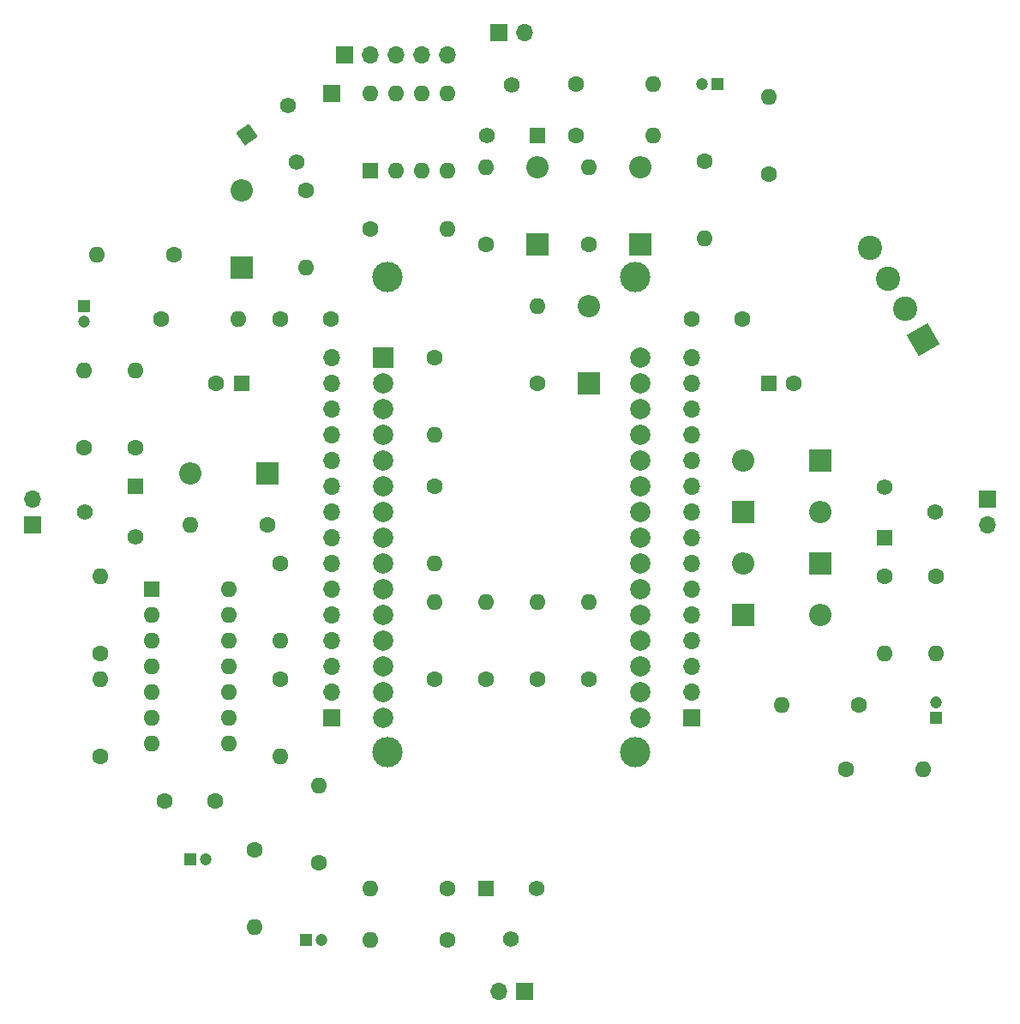
<source format=gbr>
%TF.GenerationSoftware,KiCad,Pcbnew,(6.0.2)*%
%TF.CreationDate,2023-02-05T15:01:36+01:00*%
%TF.ProjectId,Fonometro,466f6e6f-6d65-4747-926f-2e6b69636164,rev?*%
%TF.SameCoordinates,Original*%
%TF.FileFunction,Soldermask,Bot*%
%TF.FilePolarity,Negative*%
%FSLAX46Y46*%
G04 Gerber Fmt 4.6, Leading zero omitted, Abs format (unit mm)*
G04 Created by KiCad (PCBNEW (6.0.2)) date 2023-02-05 15:01:36*
%MOMM*%
%LPD*%
G01*
G04 APERTURE LIST*
G04 Aperture macros list*
%AMRotRect*
0 Rectangle, with rotation*
0 The origin of the aperture is its center*
0 $1 length*
0 $2 width*
0 $3 Rotation angle, in degrees counterclockwise*
0 Add horizontal line*
21,1,$1,$2,0,0,$3*%
G04 Aperture macros list end*
%ADD10C,1.600000*%
%ADD11O,1.600000X1.600000*%
%ADD12R,1.600000X1.600000*%
%ADD13R,2.200000X2.200000*%
%ADD14O,2.200000X2.200000*%
%ADD15R,1.200000X1.200000*%
%ADD16C,1.200000*%
%ADD17R,1.700000X1.700000*%
%ADD18O,1.700000X1.700000*%
%ADD19R,1.560000X1.560000*%
%ADD20C,1.560000*%
%ADD21RotRect,2.400000X2.400000X120.000000*%
%ADD22C,2.400000*%
%ADD23RotRect,1.560000X1.560000X35.000000*%
%ADD24C,3.000000*%
%ADD25R,2.000000X2.000000*%
%ADD26C,2.000000*%
G04 APERTURE END LIST*
D10*
%TO.C,R36*%
X154940000Y-70104000D03*
D11*
X154940000Y-62484000D03*
%TD*%
D12*
%TO.C,C7*%
X120650000Y-83820000D03*
D10*
X118150000Y-83820000D03*
%TD*%
%TO.C,R10*%
X110190000Y-90170000D03*
D11*
X110190000Y-82550000D03*
%TD*%
D10*
%TO.C,R29*%
X133350000Y-68580000D03*
D11*
X140970000Y-68580000D03*
%TD*%
D10*
%TO.C,R23*%
X124460000Y-113025000D03*
D11*
X124460000Y-120645000D03*
%TD*%
D10*
%TO.C,C8*%
X129500000Y-77470000D03*
X124500000Y-77470000D03*
%TD*%
%TO.C,R13*%
X180340000Y-121920000D03*
D11*
X187960000Y-121920000D03*
%TD*%
D13*
%TO.C,D1*%
X170180000Y-106680000D03*
D14*
X177800000Y-106680000D03*
%TD*%
D10*
%TO.C,R18*%
X166370000Y-61930000D03*
D11*
X166370000Y-69550000D03*
%TD*%
D10*
%TO.C,R27*%
X149860000Y-113030000D03*
D11*
X149860000Y-105410000D03*
%TD*%
D10*
%TO.C,R24*%
X124460000Y-101600000D03*
D11*
X124460000Y-109220000D03*
%TD*%
D10*
%TO.C,R31*%
X127000000Y-64770000D03*
D11*
X127000000Y-72390000D03*
%TD*%
D15*
%TO.C,C2*%
X167640000Y-54310000D03*
D16*
X166140000Y-54310000D03*
%TD*%
D10*
%TO.C,R20*%
X128270000Y-131110000D03*
D11*
X128270000Y-123490000D03*
%TD*%
D12*
%TO.C,U2*%
X133360000Y-62855000D03*
D11*
X135900000Y-62855000D03*
X138440000Y-62855000D03*
X140980000Y-62855000D03*
X140980000Y-55235000D03*
X138440000Y-55235000D03*
X135900000Y-55235000D03*
X133360000Y-55235000D03*
%TD*%
D17*
%TO.C,MK2*%
X146050000Y-49230000D03*
D18*
X148590000Y-49230000D03*
%TD*%
D10*
%TO.C,R3*%
X153670000Y-54310000D03*
D11*
X161290000Y-54310000D03*
%TD*%
D17*
%TO.C,J5*%
X129540000Y-55245000D03*
%TD*%
D10*
%TO.C,R33*%
X139700000Y-93980000D03*
D11*
X139700000Y-101600000D03*
%TD*%
D10*
%TO.C,R12*%
X153670000Y-59390000D03*
D11*
X161290000Y-59390000D03*
%TD*%
D17*
%TO.C,MK4*%
X148590000Y-143810000D03*
D18*
X146050000Y-143810000D03*
%TD*%
D10*
%TO.C,R14*%
X184150000Y-102870000D03*
D11*
X184150000Y-110490000D03*
%TD*%
D19*
%TO.C,R4*%
X149860000Y-59390000D03*
D20*
X147360000Y-54390000D03*
X144860000Y-59390000D03*
%TD*%
D10*
%TO.C,R37*%
X149860000Y-83820000D03*
D11*
X149860000Y-76200000D03*
%TD*%
D10*
%TO.C,C6*%
X165140000Y-77470000D03*
X170140000Y-77470000D03*
%TD*%
%TO.C,R21*%
X106680000Y-110485000D03*
D11*
X106680000Y-102865000D03*
%TD*%
D10*
%TO.C,R35*%
X144780000Y-70104000D03*
D11*
X144780000Y-62484000D03*
%TD*%
D17*
%TO.C,J4*%
X130815000Y-51435000D03*
D18*
X133355000Y-51435000D03*
X135895000Y-51435000D03*
X138435000Y-51435000D03*
X140975000Y-51435000D03*
%TD*%
D19*
%TO.C,R8*%
X144780000Y-133650000D03*
D20*
X147280000Y-138650000D03*
X149780000Y-133650000D03*
%TD*%
D15*
%TO.C,C4*%
X127000000Y-138730000D03*
D16*
X128500000Y-138730000D03*
%TD*%
D17*
%TO.C,J2*%
X129540000Y-116835000D03*
D18*
X129540000Y-114295000D03*
X129540000Y-111755000D03*
X129540000Y-109215000D03*
X129540000Y-106675000D03*
X129540000Y-104135000D03*
X129540000Y-101595000D03*
X129540000Y-99055000D03*
X129540000Y-96515000D03*
X129540000Y-93975000D03*
X129540000Y-91435000D03*
X129540000Y-88895000D03*
X129540000Y-86355000D03*
X129540000Y-83815000D03*
X129540000Y-81275000D03*
%TD*%
D19*
%TO.C,R6*%
X184150000Y-99060000D03*
D20*
X189150000Y-96560000D03*
X184150000Y-94060000D03*
%TD*%
D13*
%TO.C,D8*%
X160020000Y-70104000D03*
D14*
X160020000Y-62484000D03*
%TD*%
D13*
%TO.C,D5*%
X120650000Y-72390000D03*
D14*
X120650000Y-64770000D03*
%TD*%
D15*
%TO.C,C1*%
X105110000Y-76200000D03*
D16*
X105110000Y-77700000D03*
%TD*%
D13*
%TO.C,D7*%
X149860000Y-70104000D03*
D14*
X149860000Y-62484000D03*
%TD*%
D12*
%TO.C,U1*%
X111770000Y-104135000D03*
D11*
X111770000Y-106675000D03*
X111770000Y-109215000D03*
X111770000Y-111755000D03*
X111770000Y-114295000D03*
X111770000Y-116835000D03*
X111770000Y-119375000D03*
X119390000Y-119375000D03*
X119390000Y-116835000D03*
X119390000Y-114295000D03*
X119390000Y-111755000D03*
X119390000Y-109215000D03*
X119390000Y-106675000D03*
X119390000Y-104135000D03*
%TD*%
D13*
%TO.C,D6*%
X123190000Y-92710000D03*
D14*
X115570000Y-92710000D03*
%TD*%
D10*
%TO.C,R9*%
X114000000Y-71120000D03*
D11*
X106380000Y-71120000D03*
%TD*%
D17*
%TO.C,MK1*%
X100030000Y-97790000D03*
D18*
X100030000Y-95250000D03*
%TD*%
D19*
%TO.C,R2*%
X110190000Y-93980000D03*
D20*
X105190000Y-96480000D03*
X110190000Y-98980000D03*
%TD*%
D10*
%TO.C,R17*%
X112730000Y-77470000D03*
D11*
X120350000Y-77470000D03*
%TD*%
D17*
%TO.C,MK3*%
X194310000Y-95250000D03*
D18*
X194310000Y-97790000D03*
%TD*%
D17*
%TO.C,J1*%
X165100000Y-116840000D03*
D18*
X165100000Y-114300000D03*
X165100000Y-111760000D03*
X165100000Y-109220000D03*
X165100000Y-106680000D03*
X165100000Y-104140000D03*
X165100000Y-101600000D03*
X165100000Y-99060000D03*
X165100000Y-96520000D03*
X165100000Y-93980000D03*
X165100000Y-91440000D03*
X165100000Y-88900000D03*
X165100000Y-86360000D03*
X165100000Y-83820000D03*
X165100000Y-81280000D03*
%TD*%
D10*
%TO.C,R25*%
X139700000Y-113030000D03*
D11*
X139700000Y-105410000D03*
%TD*%
D13*
%TO.C,D4*%
X177800000Y-91440000D03*
D14*
X170180000Y-91440000D03*
%TD*%
D21*
%TO.C,J3*%
X187958398Y-79526634D03*
D22*
X186208398Y-76495545D03*
X184458398Y-73464456D03*
X182708398Y-70433367D03*
%TD*%
D23*
%TO.C,R30*%
X121127309Y-59289041D03*
D20*
X126043071Y-61950860D03*
X125223069Y-56421159D03*
%TD*%
D15*
%TO.C,C3*%
X189230000Y-116840000D03*
D16*
X189230000Y-115340000D03*
%TD*%
D10*
%TO.C,R11*%
X172720000Y-63200000D03*
D11*
X172720000Y-55580000D03*
%TD*%
D10*
%TO.C,R22*%
X106680000Y-120645000D03*
D11*
X106680000Y-113025000D03*
%TD*%
D10*
%TO.C,R19*%
X181610000Y-115570000D03*
D11*
X173990000Y-115570000D03*
%TD*%
D13*
%TO.C,D3*%
X170180000Y-96520000D03*
D14*
X177800000Y-96520000D03*
%TD*%
D10*
%TO.C,R26*%
X144780000Y-113030000D03*
D11*
X144780000Y-105410000D03*
%TD*%
D10*
%TO.C,R34*%
X123190000Y-97790000D03*
D11*
X115570000Y-97790000D03*
%TD*%
D15*
%TO.C,C9*%
X115570000Y-130810000D03*
D16*
X117070000Y-130810000D03*
%TD*%
D10*
%TO.C,R16*%
X140970000Y-133650000D03*
D11*
X133350000Y-133650000D03*
%TD*%
D10*
%TO.C,R32*%
X139700000Y-81280000D03*
D11*
X139700000Y-88900000D03*
%TD*%
D10*
%TO.C,R7*%
X140970000Y-138730000D03*
D11*
X133350000Y-138730000D03*
%TD*%
D13*
%TO.C,D9*%
X154940000Y-83820000D03*
D14*
X154940000Y-76200000D03*
%TD*%
D10*
%TO.C,R28*%
X154940000Y-113030000D03*
D11*
X154940000Y-105410000D03*
%TD*%
D13*
%TO.C,D2*%
X177800000Y-101600000D03*
D14*
X170180000Y-101600000D03*
%TD*%
D12*
%TO.C,C5*%
X172720000Y-83820000D03*
D10*
X175220000Y-83820000D03*
%TD*%
%TO.C,R1*%
X105110000Y-90170000D03*
D11*
X105110000Y-82550000D03*
%TD*%
D10*
%TO.C,R15*%
X121920000Y-129840000D03*
D11*
X121920000Y-137460000D03*
%TD*%
D24*
%TO.C,U3*%
X135040000Y-73299000D03*
X135040000Y-120249000D03*
X159550000Y-73299000D03*
X159550000Y-120249000D03*
D25*
X134620000Y-81259000D03*
D26*
X134620000Y-83799000D03*
X134620000Y-86339000D03*
X134620000Y-88879000D03*
X134620000Y-91419000D03*
X134620000Y-93959000D03*
X134620000Y-96499000D03*
X134620000Y-99039000D03*
X134620000Y-101579000D03*
X134620000Y-104119000D03*
X134620000Y-106659000D03*
X134620000Y-109199000D03*
X134620000Y-111739000D03*
X134620000Y-114279000D03*
X134620000Y-116819000D03*
X160020000Y-116819000D03*
X160020000Y-114279000D03*
X160020000Y-111739000D03*
X160020000Y-109199000D03*
X160020000Y-106659000D03*
X160020000Y-104119000D03*
X160020000Y-101579000D03*
X160020000Y-99039000D03*
X160020000Y-96499000D03*
X160020000Y-93959000D03*
X160020000Y-91419000D03*
X160020000Y-88879000D03*
X160020000Y-86339000D03*
X160020000Y-83799000D03*
X160020000Y-81259000D03*
%TD*%
D10*
%TO.C,C10*%
X113070000Y-125095000D03*
X118070000Y-125095000D03*
%TD*%
%TO.C,R5*%
X189230000Y-102870000D03*
D11*
X189230000Y-110490000D03*
%TD*%
M02*

</source>
